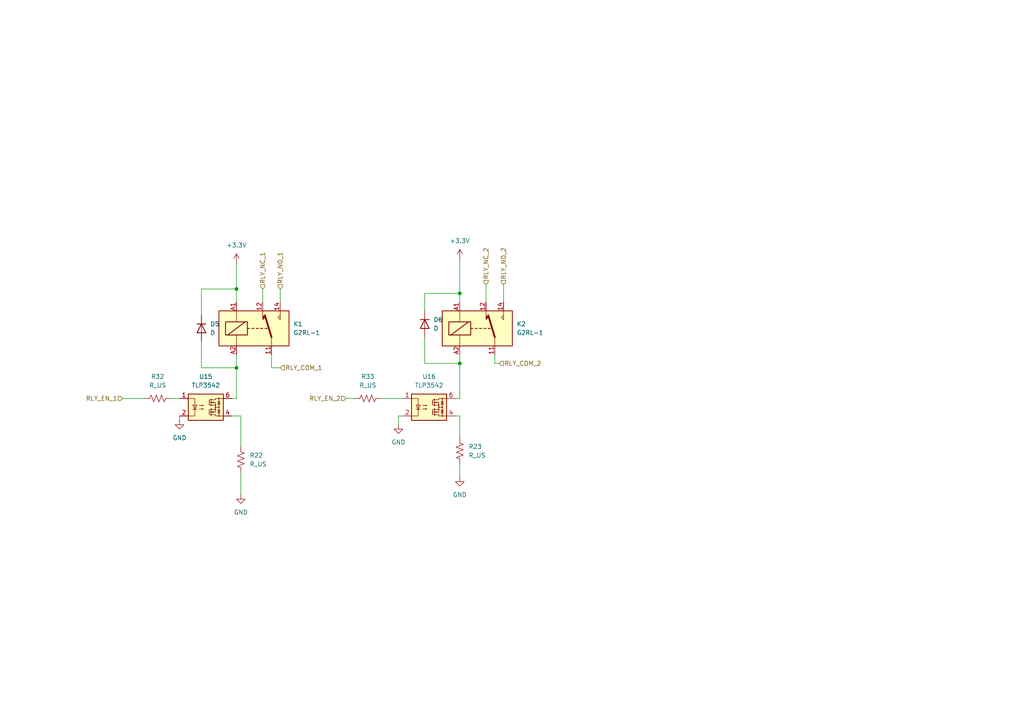
<source format=kicad_sch>
(kicad_sch
	(version 20250114)
	(generator "eeschema")
	(generator_version "9.0")
	(uuid "c5dbbfdd-168b-481a-a1b0-feb35521f3b0")
	(paper "A4")
	(lib_symbols
		(symbol "Device:D"
			(pin_numbers
				(hide yes)
			)
			(pin_names
				(offset 1.016)
				(hide yes)
			)
			(exclude_from_sim no)
			(in_bom yes)
			(on_board yes)
			(property "Reference" "D"
				(at 0 2.54 0)
				(effects
					(font
						(size 1.27 1.27)
					)
				)
			)
			(property "Value" "D"
				(at 0 -2.54 0)
				(effects
					(font
						(size 1.27 1.27)
					)
				)
			)
			(property "Footprint" ""
				(at 0 0 0)
				(effects
					(font
						(size 1.27 1.27)
					)
					(hide yes)
				)
			)
			(property "Datasheet" "~"
				(at 0 0 0)
				(effects
					(font
						(size 1.27 1.27)
					)
					(hide yes)
				)
			)
			(property "Description" "Diode"
				(at 0 0 0)
				(effects
					(font
						(size 1.27 1.27)
					)
					(hide yes)
				)
			)
			(property "Sim.Device" "D"
				(at 0 0 0)
				(effects
					(font
						(size 1.27 1.27)
					)
					(hide yes)
				)
			)
			(property "Sim.Pins" "1=K 2=A"
				(at 0 0 0)
				(effects
					(font
						(size 1.27 1.27)
					)
					(hide yes)
				)
			)
			(property "ki_keywords" "diode"
				(at 0 0 0)
				(effects
					(font
						(size 1.27 1.27)
					)
					(hide yes)
				)
			)
			(property "ki_fp_filters" "TO-???* *_Diode_* *SingleDiode* D_*"
				(at 0 0 0)
				(effects
					(font
						(size 1.27 1.27)
					)
					(hide yes)
				)
			)
			(symbol "D_0_1"
				(polyline
					(pts
						(xy -1.27 1.27) (xy -1.27 -1.27)
					)
					(stroke
						(width 0.254)
						(type default)
					)
					(fill
						(type none)
					)
				)
				(polyline
					(pts
						(xy 1.27 1.27) (xy 1.27 -1.27) (xy -1.27 0) (xy 1.27 1.27)
					)
					(stroke
						(width 0.254)
						(type default)
					)
					(fill
						(type none)
					)
				)
				(polyline
					(pts
						(xy 1.27 0) (xy -1.27 0)
					)
					(stroke
						(width 0)
						(type default)
					)
					(fill
						(type none)
					)
				)
			)
			(symbol "D_1_1"
				(pin passive line
					(at -3.81 0 0)
					(length 2.54)
					(name "K"
						(effects
							(font
								(size 1.27 1.27)
							)
						)
					)
					(number "1"
						(effects
							(font
								(size 1.27 1.27)
							)
						)
					)
				)
				(pin passive line
					(at 3.81 0 180)
					(length 2.54)
					(name "A"
						(effects
							(font
								(size 1.27 1.27)
							)
						)
					)
					(number "2"
						(effects
							(font
								(size 1.27 1.27)
							)
						)
					)
				)
			)
			(embedded_fonts no)
		)
		(symbol "Device:R_US"
			(pin_numbers
				(hide yes)
			)
			(pin_names
				(offset 0)
			)
			(exclude_from_sim no)
			(in_bom yes)
			(on_board yes)
			(property "Reference" "R"
				(at 2.54 0 90)
				(effects
					(font
						(size 1.27 1.27)
					)
				)
			)
			(property "Value" "R_US"
				(at -2.54 0 90)
				(effects
					(font
						(size 1.27 1.27)
					)
				)
			)
			(property "Footprint" ""
				(at 1.016 -0.254 90)
				(effects
					(font
						(size 1.27 1.27)
					)
					(hide yes)
				)
			)
			(property "Datasheet" "~"
				(at 0 0 0)
				(effects
					(font
						(size 1.27 1.27)
					)
					(hide yes)
				)
			)
			(property "Description" "Resistor, US symbol"
				(at 0 0 0)
				(effects
					(font
						(size 1.27 1.27)
					)
					(hide yes)
				)
			)
			(property "ki_keywords" "R res resistor"
				(at 0 0 0)
				(effects
					(font
						(size 1.27 1.27)
					)
					(hide yes)
				)
			)
			(property "ki_fp_filters" "R_*"
				(at 0 0 0)
				(effects
					(font
						(size 1.27 1.27)
					)
					(hide yes)
				)
			)
			(symbol "R_US_0_1"
				(polyline
					(pts
						(xy 0 2.286) (xy 0 2.54)
					)
					(stroke
						(width 0)
						(type default)
					)
					(fill
						(type none)
					)
				)
				(polyline
					(pts
						(xy 0 2.286) (xy 1.016 1.905) (xy 0 1.524) (xy -1.016 1.143) (xy 0 0.762)
					)
					(stroke
						(width 0)
						(type default)
					)
					(fill
						(type none)
					)
				)
				(polyline
					(pts
						(xy 0 0.762) (xy 1.016 0.381) (xy 0 0) (xy -1.016 -0.381) (xy 0 -0.762)
					)
					(stroke
						(width 0)
						(type default)
					)
					(fill
						(type none)
					)
				)
				(polyline
					(pts
						(xy 0 -0.762) (xy 1.016 -1.143) (xy 0 -1.524) (xy -1.016 -1.905) (xy 0 -2.286)
					)
					(stroke
						(width 0)
						(type default)
					)
					(fill
						(type none)
					)
				)
				(polyline
					(pts
						(xy 0 -2.286) (xy 0 -2.54)
					)
					(stroke
						(width 0)
						(type default)
					)
					(fill
						(type none)
					)
				)
			)
			(symbol "R_US_1_1"
				(pin passive line
					(at 0 3.81 270)
					(length 1.27)
					(name "~"
						(effects
							(font
								(size 1.27 1.27)
							)
						)
					)
					(number "1"
						(effects
							(font
								(size 1.27 1.27)
							)
						)
					)
				)
				(pin passive line
					(at 0 -3.81 90)
					(length 1.27)
					(name "~"
						(effects
							(font
								(size 1.27 1.27)
							)
						)
					)
					(number "2"
						(effects
							(font
								(size 1.27 1.27)
							)
						)
					)
				)
			)
			(embedded_fonts no)
		)
		(symbol "Relay:G2RL-1"
			(exclude_from_sim no)
			(in_bom yes)
			(on_board yes)
			(property "Reference" "K"
				(at 11.43 3.81 0)
				(effects
					(font
						(size 1.27 1.27)
					)
					(justify left)
				)
			)
			(property "Value" "G2RL-1"
				(at 11.43 1.27 0)
				(effects
					(font
						(size 1.27 1.27)
					)
					(justify left)
				)
			)
			(property "Footprint" "Relay_THT:Relay_SPDT_Omron_G2RL-1"
				(at 11.43 -1.27 0)
				(effects
					(font
						(size 1.27 1.27)
					)
					(justify left)
					(hide yes)
				)
			)
			(property "Datasheet" "https://omronfs.omron.com/en_US/ecb/products/pdf/en-g2rl.pdf"
				(at 0 0 0)
				(effects
					(font
						(size 1.27 1.27)
					)
					(hide yes)
				)
			)
			(property "Description" "General Purpose Low Profile Relay SPDT Through Hole, Omron G2RL series, 12A 250VAC"
				(at 0 0 0)
				(effects
					(font
						(size 1.27 1.27)
					)
					(hide yes)
				)
			)
			(property "ki_keywords" "Single Pole Relay SPDT Omron"
				(at 0 0 0)
				(effects
					(font
						(size 1.27 1.27)
					)
					(hide yes)
				)
			)
			(property "ki_fp_filters" "Relay?SPDT?Omron?G2RL*"
				(at 0 0 0)
				(effects
					(font
						(size 1.27 1.27)
					)
					(hide yes)
				)
			)
			(symbol "G2RL-1_0_0"
				(polyline
					(pts
						(xy 7.62 5.08) (xy 7.62 2.54) (xy 6.985 3.175) (xy 7.62 3.81)
					)
					(stroke
						(width 0)
						(type default)
					)
					(fill
						(type none)
					)
				)
			)
			(symbol "G2RL-1_0_1"
				(rectangle
					(start -10.16 5.08)
					(end 10.16 -5.08)
					(stroke
						(width 0.254)
						(type default)
					)
					(fill
						(type background)
					)
				)
				(rectangle
					(start -8.255 1.905)
					(end -1.905 -1.905)
					(stroke
						(width 0.254)
						(type default)
					)
					(fill
						(type none)
					)
				)
				(polyline
					(pts
						(xy -7.62 -1.905) (xy -2.54 1.905)
					)
					(stroke
						(width 0.254)
						(type default)
					)
					(fill
						(type none)
					)
				)
				(polyline
					(pts
						(xy -5.08 5.08) (xy -5.08 1.905)
					)
					(stroke
						(width 0)
						(type default)
					)
					(fill
						(type none)
					)
				)
				(polyline
					(pts
						(xy -5.08 -5.08) (xy -5.08 -1.905)
					)
					(stroke
						(width 0)
						(type default)
					)
					(fill
						(type none)
					)
				)
				(polyline
					(pts
						(xy -1.905 0) (xy -1.27 0)
					)
					(stroke
						(width 0.254)
						(type default)
					)
					(fill
						(type none)
					)
				)
				(polyline
					(pts
						(xy -0.635 0) (xy 0 0)
					)
					(stroke
						(width 0.254)
						(type default)
					)
					(fill
						(type none)
					)
				)
				(polyline
					(pts
						(xy 0.635 0) (xy 1.27 0)
					)
					(stroke
						(width 0.254)
						(type default)
					)
					(fill
						(type none)
					)
				)
				(polyline
					(pts
						(xy 1.905 0) (xy 2.54 0)
					)
					(stroke
						(width 0.254)
						(type default)
					)
					(fill
						(type none)
					)
				)
				(polyline
					(pts
						(xy 2.54 5.08) (xy 2.54 2.54) (xy 3.175 3.175) (xy 2.54 3.81)
					)
					(stroke
						(width 0)
						(type default)
					)
					(fill
						(type outline)
					)
				)
				(polyline
					(pts
						(xy 3.175 0) (xy 3.81 0)
					)
					(stroke
						(width 0.254)
						(type default)
					)
					(fill
						(type none)
					)
				)
				(polyline
					(pts
						(xy 5.08 -2.54) (xy 3.175 3.81)
					)
					(stroke
						(width 0.508)
						(type default)
					)
					(fill
						(type none)
					)
				)
				(polyline
					(pts
						(xy 5.08 -2.54) (xy 5.08 -5.08)
					)
					(stroke
						(width 0)
						(type default)
					)
					(fill
						(type none)
					)
				)
			)
			(symbol "G2RL-1_1_1"
				(pin passive line
					(at -5.08 7.62 270)
					(length 2.54)
					(name "~"
						(effects
							(font
								(size 1.27 1.27)
							)
						)
					)
					(number "A1"
						(effects
							(font
								(size 1.27 1.27)
							)
						)
					)
				)
				(pin passive line
					(at -5.08 -7.62 90)
					(length 2.54)
					(name "~"
						(effects
							(font
								(size 1.27 1.27)
							)
						)
					)
					(number "A2"
						(effects
							(font
								(size 1.27 1.27)
							)
						)
					)
				)
				(pin passive line
					(at 2.54 7.62 270)
					(length 2.54)
					(name "~"
						(effects
							(font
								(size 1.27 1.27)
							)
						)
					)
					(number "12"
						(effects
							(font
								(size 1.27 1.27)
							)
						)
					)
				)
				(pin passive line
					(at 5.08 -7.62 90)
					(length 2.54)
					(name "~"
						(effects
							(font
								(size 1.27 1.27)
							)
						)
					)
					(number "11"
						(effects
							(font
								(size 1.27 1.27)
							)
						)
					)
				)
				(pin passive line
					(at 7.62 7.62 270)
					(length 2.54)
					(name "~"
						(effects
							(font
								(size 1.27 1.27)
							)
						)
					)
					(number "14"
						(effects
							(font
								(size 1.27 1.27)
							)
						)
					)
				)
			)
			(embedded_fonts no)
		)
		(symbol "Relay_SolidState:TLP3542"
			(exclude_from_sim no)
			(in_bom yes)
			(on_board yes)
			(property "Reference" "U"
				(at -3.81 5.08 0)
				(effects
					(font
						(size 1.27 1.27)
					)
				)
			)
			(property "Value" "TLP3542"
				(at -1.27 -5.08 0)
				(effects
					(font
						(size 1.27 1.27)
					)
				)
			)
			(property "Footprint" "Package_DIP:DIP-5-6_W7.62mm"
				(at 0 -7.62 0)
				(effects
					(font
						(size 1.27 1.27)
					)
					(hide yes)
				)
			)
			(property "Datasheet" "https://toshiba.semicon-storage.com/info/docget.jsp?did=1284&prodName=TLP3542"
				(at 0 0 0)
				(effects
					(font
						(size 1.27 1.27)
					)
					(hide yes)
				)
			)
			(property "Description" "Photo MOSFET optically coupled, ON 4A, 50mohm, OFF state 20V, Isolation 2500 VRMS, DIP-5-6"
				(at 0 0 0)
				(effects
					(font
						(size 1.27 1.27)
					)
					(hide yes)
				)
			)
			(property "ki_keywords" "photocouplers photorelay solidstate relay normally opened (1-Form-A)"
				(at 0 0 0)
				(effects
					(font
						(size 1.27 1.27)
					)
					(hide yes)
				)
			)
			(property "ki_fp_filters" "DIP*W7.62mm*"
				(at 0 0 0)
				(effects
					(font
						(size 1.27 1.27)
					)
					(hide yes)
				)
			)
			(symbol "TLP3542_0_1"
				(rectangle
					(start -5.08 3.81)
					(end 5.08 -3.81)
					(stroke
						(width 0.254)
						(type default)
					)
					(fill
						(type background)
					)
				)
				(polyline
					(pts
						(xy -5.08 2.54) (xy -3.175 2.54) (xy -3.175 -2.54) (xy -5.08 -2.54)
					)
					(stroke
						(width 0)
						(type default)
					)
					(fill
						(type none)
					)
				)
				(polyline
					(pts
						(xy -3.81 -0.635) (xy -2.54 -0.635)
					)
					(stroke
						(width 0)
						(type default)
					)
					(fill
						(type none)
					)
				)
				(polyline
					(pts
						(xy -3.175 -0.635) (xy -3.81 0.635) (xy -2.54 0.635) (xy -3.175 -0.635)
					)
					(stroke
						(width 0)
						(type default)
					)
					(fill
						(type none)
					)
				)
				(polyline
					(pts
						(xy -1.905 0.508) (xy -0.635 0.508) (xy -1.016 0.381) (xy -1.016 0.635) (xy -0.635 0.508)
					)
					(stroke
						(width 0)
						(type default)
					)
					(fill
						(type none)
					)
				)
				(polyline
					(pts
						(xy -1.905 -0.508) (xy -0.635 -0.508) (xy -1.016 -0.635) (xy -1.016 -0.381) (xy -0.635 -0.508)
					)
					(stroke
						(width 0)
						(type default)
					)
					(fill
						(type none)
					)
				)
				(polyline
					(pts
						(xy 1.016 2.159) (xy 1.016 0.635)
					)
					(stroke
						(width 0.2032)
						(type default)
					)
					(fill
						(type none)
					)
				)
				(polyline
					(pts
						(xy 1.016 -0.635) (xy 1.016 -2.159)
					)
					(stroke
						(width 0.2032)
						(type default)
					)
					(fill
						(type none)
					)
				)
				(polyline
					(pts
						(xy 1.524 2.286) (xy 1.524 2.032) (xy 1.524 2.032)
					)
					(stroke
						(width 0.3556)
						(type default)
					)
					(fill
						(type none)
					)
				)
				(polyline
					(pts
						(xy 1.524 1.524) (xy 1.524 1.27) (xy 1.524 1.27)
					)
					(stroke
						(width 0.3556)
						(type default)
					)
					(fill
						(type none)
					)
				)
				(polyline
					(pts
						(xy 1.524 0.762) (xy 1.524 0.508) (xy 1.524 0.508)
					)
					(stroke
						(width 0.3556)
						(type default)
					)
					(fill
						(type none)
					)
				)
				(polyline
					(pts
						(xy 1.524 -0.508) (xy 1.524 -0.762)
					)
					(stroke
						(width 0.3556)
						(type default)
					)
					(fill
						(type none)
					)
				)
				(polyline
					(pts
						(xy 1.524 -1.27) (xy 1.524 -1.524) (xy 1.524 -1.524)
					)
					(stroke
						(width 0.3556)
						(type default)
					)
					(fill
						(type none)
					)
				)
				(polyline
					(pts
						(xy 1.524 -2.032) (xy 1.524 -2.286) (xy 1.524 -2.286)
					)
					(stroke
						(width 0.3556)
						(type default)
					)
					(fill
						(type none)
					)
				)
				(polyline
					(pts
						(xy 1.651 2.159) (xy 2.794 2.159) (xy 2.794 2.54) (xy 5.08 2.54)
					)
					(stroke
						(width 0)
						(type default)
					)
					(fill
						(type none)
					)
				)
				(polyline
					(pts
						(xy 1.651 1.397) (xy 2.794 1.397) (xy 2.794 0.635)
					)
					(stroke
						(width 0)
						(type default)
					)
					(fill
						(type none)
					)
				)
				(polyline
					(pts
						(xy 1.651 -0.635) (xy 2.794 -0.635) (xy 2.794 0.635) (xy 1.651 0.635)
					)
					(stroke
						(width 0)
						(type default)
					)
					(fill
						(type none)
					)
				)
				(polyline
					(pts
						(xy 1.651 -1.397) (xy 2.794 -1.397) (xy 2.794 -0.635)
					)
					(stroke
						(width 0)
						(type default)
					)
					(fill
						(type none)
					)
				)
				(polyline
					(pts
						(xy 1.651 -2.159) (xy 2.794 -2.159) (xy 2.794 -2.54) (xy 5.08 -2.54)
					)
					(stroke
						(width 0)
						(type default)
					)
					(fill
						(type none)
					)
				)
				(polyline
					(pts
						(xy 1.778 1.397) (xy 2.286 1.524) (xy 2.286 1.27) (xy 1.778 1.397)
					)
					(stroke
						(width 0)
						(type default)
					)
					(fill
						(type none)
					)
				)
				(polyline
					(pts
						(xy 1.778 -1.397) (xy 2.286 -1.27) (xy 2.286 -1.524) (xy 1.778 -1.397)
					)
					(stroke
						(width 0)
						(type default)
					)
					(fill
						(type none)
					)
				)
				(circle
					(center 2.794 0.635)
					(radius 0.127)
					(stroke
						(width 0)
						(type default)
					)
					(fill
						(type none)
					)
				)
				(polyline
					(pts
						(xy 2.794 0) (xy 3.81 0)
					)
					(stroke
						(width 0)
						(type default)
					)
					(fill
						(type none)
					)
				)
				(circle
					(center 2.794 0)
					(radius 0.127)
					(stroke
						(width 0)
						(type default)
					)
					(fill
						(type none)
					)
				)
				(circle
					(center 2.794 -0.635)
					(radius 0.127)
					(stroke
						(width 0)
						(type default)
					)
					(fill
						(type none)
					)
				)
				(polyline
					(pts
						(xy 3.429 1.651) (xy 4.191 1.651)
					)
					(stroke
						(width 0)
						(type default)
					)
					(fill
						(type none)
					)
				)
				(polyline
					(pts
						(xy 3.429 -1.651) (xy 4.191 -1.651)
					)
					(stroke
						(width 0)
						(type default)
					)
					(fill
						(type none)
					)
				)
				(circle
					(center 3.81 2.54)
					(radius 0.127)
					(stroke
						(width 0)
						(type default)
					)
					(fill
						(type none)
					)
				)
				(polyline
					(pts
						(xy 3.81 1.651) (xy 3.429 0.889) (xy 4.191 0.889) (xy 3.81 1.651)
					)
					(stroke
						(width 0)
						(type default)
					)
					(fill
						(type none)
					)
				)
				(circle
					(center 3.81 0)
					(radius 0.127)
					(stroke
						(width 0)
						(type default)
					)
					(fill
						(type none)
					)
				)
				(polyline
					(pts
						(xy 3.81 -1.651) (xy 3.429 -0.889) (xy 4.191 -0.889) (xy 3.81 -1.651)
					)
					(stroke
						(width 0)
						(type default)
					)
					(fill
						(type none)
					)
				)
				(polyline
					(pts
						(xy 3.81 -2.54) (xy 3.81 2.54)
					)
					(stroke
						(width 0)
						(type default)
					)
					(fill
						(type none)
					)
				)
				(circle
					(center 3.81 -2.54)
					(radius 0.127)
					(stroke
						(width 0)
						(type default)
					)
					(fill
						(type none)
					)
				)
			)
			(symbol "TLP3542_1_1"
				(pin passive line
					(at -7.62 2.54 0)
					(length 2.54)
					(name "~"
						(effects
							(font
								(size 1.27 1.27)
							)
						)
					)
					(number "1"
						(effects
							(font
								(size 1.27 1.27)
							)
						)
					)
				)
				(pin passive line
					(at -7.62 -2.54 0)
					(length 2.54)
					(name "~"
						(effects
							(font
								(size 1.27 1.27)
							)
						)
					)
					(number "2"
						(effects
							(font
								(size 1.27 1.27)
							)
						)
					)
				)
				(pin no_connect line
					(at -5.08 0 0)
					(length 2.54)
					(hide yes)
					(name "~"
						(effects
							(font
								(size 1.27 1.27)
							)
						)
					)
					(number "3"
						(effects
							(font
								(size 1.27 1.27)
							)
						)
					)
				)
				(pin passive line
					(at 7.62 2.54 180)
					(length 2.54)
					(name "~"
						(effects
							(font
								(size 1.27 1.27)
							)
						)
					)
					(number "6"
						(effects
							(font
								(size 1.27 1.27)
							)
						)
					)
				)
				(pin passive line
					(at 7.62 -2.54 180)
					(length 2.54)
					(name "~"
						(effects
							(font
								(size 1.27 1.27)
							)
						)
					)
					(number "4"
						(effects
							(font
								(size 1.27 1.27)
							)
						)
					)
				)
			)
			(embedded_fonts no)
		)
		(symbol "power:+3.3V"
			(power)
			(pin_numbers
				(hide yes)
			)
			(pin_names
				(offset 0)
				(hide yes)
			)
			(exclude_from_sim no)
			(in_bom yes)
			(on_board yes)
			(property "Reference" "#PWR"
				(at 0 -3.81 0)
				(effects
					(font
						(size 1.27 1.27)
					)
					(hide yes)
				)
			)
			(property "Value" "+3.3V"
				(at 0 3.556 0)
				(effects
					(font
						(size 1.27 1.27)
					)
				)
			)
			(property "Footprint" ""
				(at 0 0 0)
				(effects
					(font
						(size 1.27 1.27)
					)
					(hide yes)
				)
			)
			(property "Datasheet" ""
				(at 0 0 0)
				(effects
					(font
						(size 1.27 1.27)
					)
					(hide yes)
				)
			)
			(property "Description" "Power symbol creates a global label with name \"+3.3V\""
				(at 0 0 0)
				(effects
					(font
						(size 1.27 1.27)
					)
					(hide yes)
				)
			)
			(property "ki_keywords" "global power"
				(at 0 0 0)
				(effects
					(font
						(size 1.27 1.27)
					)
					(hide yes)
				)
			)
			(symbol "+3.3V_0_1"
				(polyline
					(pts
						(xy -0.762 1.27) (xy 0 2.54)
					)
					(stroke
						(width 0)
						(type default)
					)
					(fill
						(type none)
					)
				)
				(polyline
					(pts
						(xy 0 2.54) (xy 0.762 1.27)
					)
					(stroke
						(width 0)
						(type default)
					)
					(fill
						(type none)
					)
				)
				(polyline
					(pts
						(xy 0 0) (xy 0 2.54)
					)
					(stroke
						(width 0)
						(type default)
					)
					(fill
						(type none)
					)
				)
			)
			(symbol "+3.3V_1_1"
				(pin power_in line
					(at 0 0 90)
					(length 0)
					(name "~"
						(effects
							(font
								(size 1.27 1.27)
							)
						)
					)
					(number "1"
						(effects
							(font
								(size 1.27 1.27)
							)
						)
					)
				)
			)
			(embedded_fonts no)
		)
		(symbol "power:GND"
			(power)
			(pin_numbers
				(hide yes)
			)
			(pin_names
				(offset 0)
				(hide yes)
			)
			(exclude_from_sim no)
			(in_bom yes)
			(on_board yes)
			(property "Reference" "#PWR"
				(at 0 -6.35 0)
				(effects
					(font
						(size 1.27 1.27)
					)
					(hide yes)
				)
			)
			(property "Value" "GND"
				(at 0 -3.81 0)
				(effects
					(font
						(size 1.27 1.27)
					)
				)
			)
			(property "Footprint" ""
				(at 0 0 0)
				(effects
					(font
						(size 1.27 1.27)
					)
					(hide yes)
				)
			)
			(property "Datasheet" ""
				(at 0 0 0)
				(effects
					(font
						(size 1.27 1.27)
					)
					(hide yes)
				)
			)
			(property "Description" "Power symbol creates a global label with name \"GND\" , ground"
				(at 0 0 0)
				(effects
					(font
						(size 1.27 1.27)
					)
					(hide yes)
				)
			)
			(property "ki_keywords" "global power"
				(at 0 0 0)
				(effects
					(font
						(size 1.27 1.27)
					)
					(hide yes)
				)
			)
			(symbol "GND_0_1"
				(polyline
					(pts
						(xy 0 0) (xy 0 -1.27) (xy 1.27 -1.27) (xy 0 -2.54) (xy -1.27 -1.27) (xy 0 -1.27)
					)
					(stroke
						(width 0)
						(type default)
					)
					(fill
						(type none)
					)
				)
			)
			(symbol "GND_1_1"
				(pin power_in line
					(at 0 0 270)
					(length 0)
					(name "~"
						(effects
							(font
								(size 1.27 1.27)
							)
						)
					)
					(number "1"
						(effects
							(font
								(size 1.27 1.27)
							)
						)
					)
				)
			)
			(embedded_fonts no)
		)
	)
	(junction
		(at 68.58 106.68)
		(diameter 0)
		(color 0 0 0 0)
		(uuid "531bfd68-6f6b-4c7e-8a5d-8ef3325a3484")
	)
	(junction
		(at 133.35 85.09)
		(diameter 0)
		(color 0 0 0 0)
		(uuid "577e425e-2c38-4d3a-b274-29efffa98978")
	)
	(junction
		(at 133.35 105.41)
		(diameter 0)
		(color 0 0 0 0)
		(uuid "675ade5e-37e4-4969-a2b6-d9e39b042443")
	)
	(junction
		(at 68.58 83.82)
		(diameter 0)
		(color 0 0 0 0)
		(uuid "c1af5717-0bf0-4e28-9a9d-978d46cb24a6")
	)
	(wire
		(pts
			(xy 68.58 83.82) (xy 68.58 87.63)
		)
		(stroke
			(width 0)
			(type default)
		)
		(uuid "01ba9d0d-353b-4b19-8963-61c7039ea2f3")
	)
	(wire
		(pts
			(xy 67.31 120.65) (xy 69.85 120.65)
		)
		(stroke
			(width 0)
			(type default)
		)
		(uuid "03449d55-cd88-4fb9-9072-d7d139e59b3a")
	)
	(wire
		(pts
			(xy 58.42 91.44) (xy 58.42 83.82)
		)
		(stroke
			(width 0)
			(type default)
		)
		(uuid "052994ac-a081-48d0-bb0e-791e8127f061")
	)
	(wire
		(pts
			(xy 133.35 105.41) (xy 133.35 115.57)
		)
		(stroke
			(width 0)
			(type default)
		)
		(uuid "0dbd7d2d-3a85-4be5-b527-a595db8afaf8")
	)
	(wire
		(pts
			(xy 133.35 85.09) (xy 133.35 87.63)
		)
		(stroke
			(width 0)
			(type default)
		)
		(uuid "131228b5-1d6e-42ea-9013-5c90f39576fe")
	)
	(wire
		(pts
			(xy 58.42 83.82) (xy 68.58 83.82)
		)
		(stroke
			(width 0)
			(type default)
		)
		(uuid "18248582-275b-4c5d-bcf8-d7b6ad0b6c23")
	)
	(wire
		(pts
			(xy 123.19 97.79) (xy 123.19 105.41)
		)
		(stroke
			(width 0)
			(type default)
		)
		(uuid "1844ee61-51df-42ac-bfa4-9567315d276e")
	)
	(wire
		(pts
			(xy 110.49 115.57) (xy 116.84 115.57)
		)
		(stroke
			(width 0)
			(type default)
		)
		(uuid "2112468c-c0af-46b0-a21e-1b4f5a0b27b1")
	)
	(wire
		(pts
			(xy 69.85 137.16) (xy 69.85 143.51)
		)
		(stroke
			(width 0)
			(type default)
		)
		(uuid "2e454386-798b-46d8-9947-4f70747a4a31")
	)
	(wire
		(pts
			(xy 35.56 115.57) (xy 41.91 115.57)
		)
		(stroke
			(width 0)
			(type default)
		)
		(uuid "3a222920-7f73-4aa0-bfcd-9e4d91514a29")
	)
	(wire
		(pts
			(xy 143.51 105.41) (xy 144.78 105.41)
		)
		(stroke
			(width 0)
			(type default)
		)
		(uuid "3fd48dfb-34da-42da-9782-a32daa6c1a4b")
	)
	(wire
		(pts
			(xy 67.31 115.57) (xy 68.58 115.57)
		)
		(stroke
			(width 0)
			(type default)
		)
		(uuid "4db6bcd7-4840-47df-a24b-136a00a3fbbc")
	)
	(wire
		(pts
			(xy 68.58 106.68) (xy 68.58 115.57)
		)
		(stroke
			(width 0)
			(type default)
		)
		(uuid "5417e1c1-2663-4efb-8ae6-6c8e9f966007")
	)
	(wire
		(pts
			(xy 123.19 90.17) (xy 123.19 85.09)
		)
		(stroke
			(width 0)
			(type default)
		)
		(uuid "61772860-03ed-4c41-b842-9d090aaa3d24")
	)
	(wire
		(pts
			(xy 143.51 102.87) (xy 143.51 105.41)
		)
		(stroke
			(width 0)
			(type default)
		)
		(uuid "69c2b32e-953e-48b9-863e-642aee02177d")
	)
	(wire
		(pts
			(xy 116.84 120.65) (xy 115.57 120.65)
		)
		(stroke
			(width 0)
			(type default)
		)
		(uuid "74fa257e-0efa-4763-9bdb-f3cfb56cc022")
	)
	(wire
		(pts
			(xy 58.42 99.06) (xy 58.42 106.68)
		)
		(stroke
			(width 0)
			(type default)
		)
		(uuid "825c00a8-119d-4686-b273-477d9f452e3c")
	)
	(wire
		(pts
			(xy 49.53 115.57) (xy 52.07 115.57)
		)
		(stroke
			(width 0)
			(type default)
		)
		(uuid "8bd6e846-d80f-476d-b4fc-799301159c2e")
	)
	(wire
		(pts
			(xy 140.97 82.55) (xy 140.97 87.63)
		)
		(stroke
			(width 0)
			(type default)
		)
		(uuid "92f3df2b-c3e0-4e9d-9da7-bfea890cef47")
	)
	(wire
		(pts
			(xy 52.07 120.65) (xy 52.07 121.92)
		)
		(stroke
			(width 0)
			(type default)
		)
		(uuid "94b0b414-04f8-49e8-aae2-fa0447e244ba")
	)
	(wire
		(pts
			(xy 100.33 115.57) (xy 102.87 115.57)
		)
		(stroke
			(width 0)
			(type default)
		)
		(uuid "9aa4da42-7734-43a7-8791-ceee9c587709")
	)
	(wire
		(pts
			(xy 68.58 102.87) (xy 68.58 106.68)
		)
		(stroke
			(width 0)
			(type default)
		)
		(uuid "9b3c0ca8-cda6-408c-ab22-67fff49efbac")
	)
	(wire
		(pts
			(xy 78.74 102.87) (xy 78.74 106.68)
		)
		(stroke
			(width 0)
			(type default)
		)
		(uuid "a3557316-089a-4c8d-b532-e96f918049b5")
	)
	(wire
		(pts
			(xy 133.35 74.93) (xy 133.35 85.09)
		)
		(stroke
			(width 0)
			(type default)
		)
		(uuid "a4cfb1aa-0286-4ed7-9e74-6b967ed94fcf")
	)
	(wire
		(pts
			(xy 78.74 106.68) (xy 81.28 106.68)
		)
		(stroke
			(width 0)
			(type default)
		)
		(uuid "aaabf97a-1c9e-4580-b6cf-de7233ff6711")
	)
	(wire
		(pts
			(xy 123.19 105.41) (xy 133.35 105.41)
		)
		(stroke
			(width 0)
			(type default)
		)
		(uuid "b0deb018-ad88-4c1b-855a-c595839917d2")
	)
	(wire
		(pts
			(xy 133.35 102.87) (xy 133.35 105.41)
		)
		(stroke
			(width 0)
			(type default)
		)
		(uuid "be797ddd-b7fe-40d2-b081-44de6425282e")
	)
	(wire
		(pts
			(xy 69.85 120.65) (xy 69.85 129.54)
		)
		(stroke
			(width 0)
			(type default)
		)
		(uuid "c939d883-7ab9-401b-8014-0f162f5c1931")
	)
	(wire
		(pts
			(xy 58.42 106.68) (xy 68.58 106.68)
		)
		(stroke
			(width 0)
			(type default)
		)
		(uuid "c9ef4206-dc4c-4a30-9db8-e0d03b6401c1")
	)
	(wire
		(pts
			(xy 133.35 127) (xy 133.35 120.65)
		)
		(stroke
			(width 0)
			(type default)
		)
		(uuid "cc4b2039-aeec-4614-83f0-8088b58cea93")
	)
	(wire
		(pts
			(xy 68.58 76.2) (xy 68.58 83.82)
		)
		(stroke
			(width 0)
			(type default)
		)
		(uuid "d615ea05-44df-4f97-b865-1ba88a0002d4")
	)
	(wire
		(pts
			(xy 133.35 134.62) (xy 133.35 138.43)
		)
		(stroke
			(width 0)
			(type default)
		)
		(uuid "e6309afd-cf11-4f99-b995-bbdf4228918c")
	)
	(wire
		(pts
			(xy 146.05 82.55) (xy 146.05 87.63)
		)
		(stroke
			(width 0)
			(type default)
		)
		(uuid "e955147e-84cb-4c1f-84a9-ee33f49f1882")
	)
	(wire
		(pts
			(xy 123.19 85.09) (xy 133.35 85.09)
		)
		(stroke
			(width 0)
			(type default)
		)
		(uuid "ebfcd12b-af18-4d2b-9a14-798dda8bec1a")
	)
	(wire
		(pts
			(xy 81.28 83.82) (xy 81.28 87.63)
		)
		(stroke
			(width 0)
			(type default)
		)
		(uuid "ec099eca-e731-4e64-9e05-b1d647784a1b")
	)
	(wire
		(pts
			(xy 115.57 120.65) (xy 115.57 123.19)
		)
		(stroke
			(width 0)
			(type default)
		)
		(uuid "ed96f1fd-3640-4eac-b490-073f74487c55")
	)
	(wire
		(pts
			(xy 76.2 83.82) (xy 76.2 87.63)
		)
		(stroke
			(width 0)
			(type default)
		)
		(uuid "f3ad99ca-ccc8-451a-aa1c-c9de8261fc12")
	)
	(wire
		(pts
			(xy 132.08 115.57) (xy 133.35 115.57)
		)
		(stroke
			(width 0)
			(type default)
		)
		(uuid "f5881d88-9b45-4b26-986a-265f429504fa")
	)
	(wire
		(pts
			(xy 133.35 120.65) (xy 132.08 120.65)
		)
		(stroke
			(width 0)
			(type default)
		)
		(uuid "fc47ae39-d433-432d-b87f-38124400f80c")
	)
	(hierarchical_label "RLY_NO_2"
		(shape input)
		(at 146.05 82.55 90)
		(effects
			(font
				(size 1.27 1.27)
			)
			(justify left)
		)
		(uuid "08131f96-7a16-4756-b669-bbe4b72bdfba")
	)
	(hierarchical_label "RLY_COM_2"
		(shape input)
		(at 144.78 105.41 0)
		(effects
			(font
				(size 1.27 1.27)
			)
			(justify left)
		)
		(uuid "261ad91a-79d7-428f-87b2-6ab58cd7d8e0")
	)
	(hierarchical_label "RLY_COM_1"
		(shape input)
		(at 81.28 106.68 0)
		(effects
			(font
				(size 1.27 1.27)
			)
			(justify left)
		)
		(uuid "3d2e442a-827c-412a-a826-f09b87b1e894")
	)
	(hierarchical_label "RLY_NO_1"
		(shape input)
		(at 81.28 83.82 90)
		(effects
			(font
				(size 1.27 1.27)
			)
			(justify left)
		)
		(uuid "403ee62a-62f9-4f89-9387-f6b56fc18c2c")
	)
	(hierarchical_label "RLY_EN_1"
		(shape input)
		(at 35.56 115.57 180)
		(effects
			(font
				(size 1.27 1.27)
			)
			(justify right)
		)
		(uuid "433a5608-4b70-43ba-bf63-88c6053d8278")
	)
	(hierarchical_label "RLY_NC_1"
		(shape input)
		(at 76.2 83.82 90)
		(effects
			(font
				(size 1.27 1.27)
			)
			(justify left)
		)
		(uuid "7662bb3d-af79-432c-b370-0921fe6fd85a")
	)
	(hierarchical_label "RLY_NC_2"
		(shape input)
		(at 140.97 82.55 90)
		(effects
			(font
				(size 1.27 1.27)
			)
			(justify left)
		)
		(uuid "80196d96-1ec9-4c65-aded-1adda3d9fefe")
	)
	(hierarchical_label "RLY_EN_2"
		(shape input)
		(at 100.33 115.57 180)
		(effects
			(font
				(size 1.27 1.27)
			)
			(justify right)
		)
		(uuid "d5da4bd8-796c-4b24-b818-16a6e9235b50")
	)
	(symbol
		(lib_id "power:GND")
		(at 115.57 123.19 0)
		(unit 1)
		(exclude_from_sim no)
		(in_bom yes)
		(on_board yes)
		(dnp no)
		(fields_autoplaced yes)
		(uuid "0fb4efac-67c0-4708-b03d-165c2ff777dc")
		(property "Reference" "#PWR063"
			(at 115.57 129.54 0)
			(effects
				(font
					(size 1.27 1.27)
				)
				(hide yes)
			)
		)
		(property "Value" "GND"
			(at 115.57 128.27 0)
			(effects
				(font
					(size 1.27 1.27)
				)
			)
		)
		(property "Footprint" ""
			(at 115.57 123.19 0)
			(effects
				(font
					(size 1.27 1.27)
				)
				(hide yes)
			)
		)
		(property "Datasheet" ""
			(at 115.57 123.19 0)
			(effects
				(font
					(size 1.27 1.27)
				)
				(hide yes)
			)
		)
		(property "Description" "Power symbol creates a global label with name \"GND\" , ground"
			(at 115.57 123.19 0)
			(effects
				(font
					(size 1.27 1.27)
				)
				(hide yes)
			)
		)
		(pin "1"
			(uuid "2f14a846-6843-4d31-90b7-e535304ea235")
		)
		(instances
			(project "ZorionX-Nivara"
				(path "/ae5c9891-8291-492e-8a61-8ac340267b67/d47eca49-96e4-4138-8979-47bb60019f67/9ab4ce65-8581-414e-970a-d59ef8bef45f"
					(reference "#PWR063")
					(unit 1)
				)
			)
		)
	)
	(symbol
		(lib_id "Device:R_US")
		(at 133.35 130.81 0)
		(unit 1)
		(exclude_from_sim no)
		(in_bom yes)
		(on_board yes)
		(dnp no)
		(fields_autoplaced yes)
		(uuid "19b34999-ee28-441a-ad7c-c14f0e12cfd6")
		(property "Reference" "R23"
			(at 135.89 129.5399 0)
			(effects
				(font
					(size 1.27 1.27)
				)
				(justify left)
			)
		)
		(property "Value" "R_US"
			(at 135.89 132.0799 0)
			(effects
				(font
					(size 1.27 1.27)
				)
				(justify left)
			)
		)
		(property "Footprint" "Resistor_SMD:R_0603_1608Metric"
			(at 134.366 131.064 90)
			(effects
				(font
					(size 1.27 1.27)
				)
				(hide yes)
			)
		)
		(property "Datasheet" "~"
			(at 133.35 130.81 0)
			(effects
				(font
					(size 1.27 1.27)
				)
				(hide yes)
			)
		)
		(property "Description" "Resistor, US symbol"
			(at 133.35 130.81 0)
			(effects
				(font
					(size 1.27 1.27)
				)
				(hide yes)
			)
		)
		(pin "1"
			(uuid "c8fb577c-08c0-43d0-afdd-429dfbb4a62f")
		)
		(pin "2"
			(uuid "49b68e05-057c-440d-a727-f92c4c6331b4")
		)
		(instances
			(project "ZorionX-Nivara"
				(path "/ae5c9891-8291-492e-8a61-8ac340267b67/d47eca49-96e4-4138-8979-47bb60019f67/9ab4ce65-8581-414e-970a-d59ef8bef45f"
					(reference "R23")
					(unit 1)
				)
			)
		)
	)
	(symbol
		(lib_id "Relay_SolidState:TLP3542")
		(at 59.69 118.11 0)
		(unit 1)
		(exclude_from_sim no)
		(in_bom yes)
		(on_board yes)
		(dnp no)
		(fields_autoplaced yes)
		(uuid "2bec053f-eb85-4da8-8140-c79f33d920cd")
		(property "Reference" "U15"
			(at 59.69 109.22 0)
			(effects
				(font
					(size 1.27 1.27)
				)
			)
		)
		(property "Value" "TLP3542"
			(at 59.69 111.76 0)
			(effects
				(font
					(size 1.27 1.27)
				)
			)
		)
		(property "Footprint" "Package_SO:SOP-4_3.8x4.1mm_P2.54mm"
			(at 59.69 125.73 0)
			(effects
				(font
					(size 1.27 1.27)
				)
				(hide yes)
			)
		)
		(property "Datasheet" "https://toshiba.semicon-storage.com/info/docget.jsp?did=1284&prodName=TLP3542"
			(at 59.69 118.11 0)
			(effects
				(font
					(size 1.27 1.27)
				)
				(hide yes)
			)
		)
		(property "Description" "Photo MOSFET optically coupled, ON 4A, 50mohm, OFF state 20V, Isolation 2500 VRMS, DIP-5-6"
			(at 59.69 118.11 0)
			(effects
				(font
					(size 1.27 1.27)
				)
				(hide yes)
			)
		)
		(pin "3"
			(uuid "10d35778-8213-4fca-9022-f4ec44d67761")
		)
		(pin "2"
			(uuid "8842384b-c35c-42cc-b7cc-1497632b7532")
		)
		(pin "4"
			(uuid "a67ac2da-8254-4e0d-aa97-a42f593e8db5")
		)
		(pin "6"
			(uuid "6d7145e9-5619-4cda-99a8-d9caeb149859")
		)
		(pin "1"
			(uuid "e270173a-5f04-4366-b9f8-97f6316a1684")
		)
		(instances
			(project "ZorionX-Nivara"
				(path "/ae5c9891-8291-492e-8a61-8ac340267b67/d47eca49-96e4-4138-8979-47bb60019f67/9ab4ce65-8581-414e-970a-d59ef8bef45f"
					(reference "U15")
					(unit 1)
				)
			)
		)
	)
	(symbol
		(lib_id "power:+3.3V")
		(at 68.58 76.2 0)
		(unit 1)
		(exclude_from_sim no)
		(in_bom yes)
		(on_board yes)
		(dnp no)
		(fields_autoplaced yes)
		(uuid "347fdd6d-02d1-4f26-8b02-50ce9257e0ff")
		(property "Reference" "#PWR046"
			(at 68.58 80.01 0)
			(effects
				(font
					(size 1.27 1.27)
				)
				(hide yes)
			)
		)
		(property "Value" "+3.3V"
			(at 68.58 71.12 0)
			(effects
				(font
					(size 1.27 1.27)
				)
			)
		)
		(property "Footprint" ""
			(at 68.58 76.2 0)
			(effects
				(font
					(size 1.27 1.27)
				)
				(hide yes)
			)
		)
		(property "Datasheet" ""
			(at 68.58 76.2 0)
			(effects
				(font
					(size 1.27 1.27)
				)
				(hide yes)
			)
		)
		(property "Description" "Power symbol creates a global label with name \"+3.3V\""
			(at 68.58 76.2 0)
			(effects
				(font
					(size 1.27 1.27)
				)
				(hide yes)
			)
		)
		(pin "1"
			(uuid "3a866ae5-9e3f-4eb1-b44a-63b7c0448ae2")
		)
		(instances
			(project "ZorionX-Nivara_V1.4"
				(path "/ae5c9891-8291-492e-8a61-8ac340267b67/d47eca49-96e4-4138-8979-47bb60019f67/9ab4ce65-8581-414e-970a-d59ef8bef45f"
					(reference "#PWR046")
					(unit 1)
				)
			)
		)
	)
	(symbol
		(lib_id "Device:R_US")
		(at 45.72 115.57 90)
		(unit 1)
		(exclude_from_sim no)
		(in_bom yes)
		(on_board yes)
		(dnp no)
		(fields_autoplaced yes)
		(uuid "464737a1-6bf3-42ba-a25d-00550f98efc1")
		(property "Reference" "R32"
			(at 45.72 109.22 90)
			(effects
				(font
					(size 1.27 1.27)
				)
			)
		)
		(property "Value" "R_US"
			(at 45.72 111.76 90)
			(effects
				(font
					(size 1.27 1.27)
				)
			)
		)
		(property "Footprint" "Resistor_SMD:R_0603_1608Metric"
			(at 45.974 114.554 90)
			(effects
				(font
					(size 1.27 1.27)
				)
				(hide yes)
			)
		)
		(property "Datasheet" "~"
			(at 45.72 115.57 0)
			(effects
				(font
					(size 1.27 1.27)
				)
				(hide yes)
			)
		)
		(property "Description" "Resistor, US symbol"
			(at 45.72 115.57 0)
			(effects
				(font
					(size 1.27 1.27)
				)
				(hide yes)
			)
		)
		(pin "1"
			(uuid "29cc8ee9-7a74-47ea-a3d4-bc4fb080b216")
		)
		(pin "2"
			(uuid "b5b50817-9673-4266-94e5-3ee99c163336")
		)
		(instances
			(project "ZorionX-Nivara"
				(path "/ae5c9891-8291-492e-8a61-8ac340267b67/d47eca49-96e4-4138-8979-47bb60019f67/9ab4ce65-8581-414e-970a-d59ef8bef45f"
					(reference "R32")
					(unit 1)
				)
			)
		)
	)
	(symbol
		(lib_id "power:+3.3V")
		(at 133.35 74.93 0)
		(unit 1)
		(exclude_from_sim no)
		(in_bom yes)
		(on_board yes)
		(dnp no)
		(fields_autoplaced yes)
		(uuid "5755f028-19ef-4631-8b56-fa46bdb47654")
		(property "Reference" "#PWR047"
			(at 133.35 78.74 0)
			(effects
				(font
					(size 1.27 1.27)
				)
				(hide yes)
			)
		)
		(property "Value" "+3.3V"
			(at 133.35 69.85 0)
			(effects
				(font
					(size 1.27 1.27)
				)
			)
		)
		(property "Footprint" ""
			(at 133.35 74.93 0)
			(effects
				(font
					(size 1.27 1.27)
				)
				(hide yes)
			)
		)
		(property "Datasheet" ""
			(at 133.35 74.93 0)
			(effects
				(font
					(size 1.27 1.27)
				)
				(hide yes)
			)
		)
		(property "Description" "Power symbol creates a global label with name \"+3.3V\""
			(at 133.35 74.93 0)
			(effects
				(font
					(size 1.27 1.27)
				)
				(hide yes)
			)
		)
		(pin "1"
			(uuid "6f070ec0-b816-4cff-9f5f-5de1d3bc3e93")
		)
		(instances
			(project "ZorionX-Nivara_V1.4"
				(path "/ae5c9891-8291-492e-8a61-8ac340267b67/d47eca49-96e4-4138-8979-47bb60019f67/9ab4ce65-8581-414e-970a-d59ef8bef45f"
					(reference "#PWR047")
					(unit 1)
				)
			)
		)
	)
	(symbol
		(lib_id "power:GND")
		(at 133.35 138.43 0)
		(unit 1)
		(exclude_from_sim no)
		(in_bom yes)
		(on_board yes)
		(dnp no)
		(fields_autoplaced yes)
		(uuid "5f1b0e92-a229-438a-a93a-c5cc7f03b1f0")
		(property "Reference" "#PWR045"
			(at 133.35 144.78 0)
			(effects
				(font
					(size 1.27 1.27)
				)
				(hide yes)
			)
		)
		(property "Value" "GND"
			(at 133.35 143.51 0)
			(effects
				(font
					(size 1.27 1.27)
				)
			)
		)
		(property "Footprint" ""
			(at 133.35 138.43 0)
			(effects
				(font
					(size 1.27 1.27)
				)
				(hide yes)
			)
		)
		(property "Datasheet" ""
			(at 133.35 138.43 0)
			(effects
				(font
					(size 1.27 1.27)
				)
				(hide yes)
			)
		)
		(property "Description" "Power symbol creates a global label with name \"GND\" , ground"
			(at 133.35 138.43 0)
			(effects
				(font
					(size 1.27 1.27)
				)
				(hide yes)
			)
		)
		(pin "1"
			(uuid "eb0f23a4-050d-4235-b439-e11324ddb108")
		)
		(instances
			(project "ZorionX-Nivara"
				(path "/ae5c9891-8291-492e-8a61-8ac340267b67/d47eca49-96e4-4138-8979-47bb60019f67/9ab4ce65-8581-414e-970a-d59ef8bef45f"
					(reference "#PWR045")
					(unit 1)
				)
			)
		)
	)
	(symbol
		(lib_id "power:GND")
		(at 69.85 143.51 0)
		(unit 1)
		(exclude_from_sim no)
		(in_bom yes)
		(on_board yes)
		(dnp no)
		(fields_autoplaced yes)
		(uuid "60618274-97ea-405e-8915-cfbc791843aa")
		(property "Reference" "#PWR044"
			(at 69.85 149.86 0)
			(effects
				(font
					(size 1.27 1.27)
				)
				(hide yes)
			)
		)
		(property "Value" "GND"
			(at 69.85 148.59 0)
			(effects
				(font
					(size 1.27 1.27)
				)
			)
		)
		(property "Footprint" ""
			(at 69.85 143.51 0)
			(effects
				(font
					(size 1.27 1.27)
				)
				(hide yes)
			)
		)
		(property "Datasheet" ""
			(at 69.85 143.51 0)
			(effects
				(font
					(size 1.27 1.27)
				)
				(hide yes)
			)
		)
		(property "Description" "Power symbol creates a global label with name \"GND\" , ground"
			(at 69.85 143.51 0)
			(effects
				(font
					(size 1.27 1.27)
				)
				(hide yes)
			)
		)
		(pin "1"
			(uuid "cd65924a-f6ce-4494-9efb-e0e971c429ad")
		)
		(instances
			(project "ZorionX-Nivara"
				(path "/ae5c9891-8291-492e-8a61-8ac340267b67/d47eca49-96e4-4138-8979-47bb60019f67/9ab4ce65-8581-414e-970a-d59ef8bef45f"
					(reference "#PWR044")
					(unit 1)
				)
			)
		)
	)
	(symbol
		(lib_id "Relay_SolidState:TLP3542")
		(at 124.46 118.11 0)
		(unit 1)
		(exclude_from_sim no)
		(in_bom yes)
		(on_board yes)
		(dnp no)
		(fields_autoplaced yes)
		(uuid "6ceb286e-e7c3-4b81-9576-7bd4632b1b09")
		(property "Reference" "U16"
			(at 124.46 109.22 0)
			(effects
				(font
					(size 1.27 1.27)
				)
			)
		)
		(property "Value" "TLP3542"
			(at 124.46 111.76 0)
			(effects
				(font
					(size 1.27 1.27)
				)
			)
		)
		(property "Footprint" "Package_SO:SOP-4_3.8x4.1mm_P2.54mm"
			(at 124.46 125.73 0)
			(effects
				(font
					(size 1.27 1.27)
				)
				(hide yes)
			)
		)
		(property "Datasheet" "https://toshiba.semicon-storage.com/info/docget.jsp?did=1284&prodName=TLP3542"
			(at 124.46 118.11 0)
			(effects
				(font
					(size 1.27 1.27)
				)
				(hide yes)
			)
		)
		(property "Description" "Photo MOSFET optically coupled, ON 4A, 50mohm, OFF state 20V, Isolation 2500 VRMS, DIP-5-6"
			(at 124.46 118.11 0)
			(effects
				(font
					(size 1.27 1.27)
				)
				(hide yes)
			)
		)
		(pin "3"
			(uuid "ecd18c89-e579-4159-b6be-5e2f73debe97")
		)
		(pin "2"
			(uuid "53c6772e-b5d5-4edd-8664-bb37b2303032")
		)
		(pin "4"
			(uuid "7d166341-123d-403a-bb83-52148cd3b060")
		)
		(pin "6"
			(uuid "8ebe02e2-960d-4704-9048-b3b9f5460f62")
		)
		(pin "1"
			(uuid "79e31af9-4fc6-4399-97b7-bc7f133a9820")
		)
		(instances
			(project "ZorionX-Nivara"
				(path "/ae5c9891-8291-492e-8a61-8ac340267b67/d47eca49-96e4-4138-8979-47bb60019f67/9ab4ce65-8581-414e-970a-d59ef8bef45f"
					(reference "U16")
					(unit 1)
				)
			)
		)
	)
	(symbol
		(lib_id "power:GND")
		(at 52.07 121.92 0)
		(unit 1)
		(exclude_from_sim no)
		(in_bom yes)
		(on_board yes)
		(dnp no)
		(fields_autoplaced yes)
		(uuid "893e1252-2f3d-4a1e-8c9e-cbbec0f97047")
		(property "Reference" "#PWR062"
			(at 52.07 128.27 0)
			(effects
				(font
					(size 1.27 1.27)
				)
				(hide yes)
			)
		)
		(property "Value" "GND"
			(at 52.07 127 0)
			(effects
				(font
					(size 1.27 1.27)
				)
			)
		)
		(property "Footprint" ""
			(at 52.07 121.92 0)
			(effects
				(font
					(size 1.27 1.27)
				)
				(hide yes)
			)
		)
		(property "Datasheet" ""
			(at 52.07 121.92 0)
			(effects
				(font
					(size 1.27 1.27)
				)
				(hide yes)
			)
		)
		(property "Description" "Power symbol creates a global label with name \"GND\" , ground"
			(at 52.07 121.92 0)
			(effects
				(font
					(size 1.27 1.27)
				)
				(hide yes)
			)
		)
		(pin "1"
			(uuid "9caf1c79-e294-4a03-93ea-60c455331ce4")
		)
		(instances
			(project "ZorionX-Nivara"
				(path "/ae5c9891-8291-492e-8a61-8ac340267b67/d47eca49-96e4-4138-8979-47bb60019f67/9ab4ce65-8581-414e-970a-d59ef8bef45f"
					(reference "#PWR062")
					(unit 1)
				)
			)
		)
	)
	(symbol
		(lib_id "Device:R_US")
		(at 106.68 115.57 90)
		(unit 1)
		(exclude_from_sim no)
		(in_bom yes)
		(on_board yes)
		(dnp no)
		(fields_autoplaced yes)
		(uuid "b4740bb1-0f5b-4f1f-b40e-e393317d721d")
		(property "Reference" "R33"
			(at 106.68 109.22 90)
			(effects
				(font
					(size 1.27 1.27)
				)
			)
		)
		(property "Value" "R_US"
			(at 106.68 111.76 90)
			(effects
				(font
					(size 1.27 1.27)
				)
			)
		)
		(property "Footprint" "Resistor_SMD:R_0603_1608Metric"
			(at 106.934 114.554 90)
			(effects
				(font
					(size 1.27 1.27)
				)
				(hide yes)
			)
		)
		(property "Datasheet" "~"
			(at 106.68 115.57 0)
			(effects
				(font
					(size 1.27 1.27)
				)
				(hide yes)
			)
		)
		(property "Description" "Resistor, US symbol"
			(at 106.68 115.57 0)
			(effects
				(font
					(size 1.27 1.27)
				)
				(hide yes)
			)
		)
		(pin "1"
			(uuid "d8229e0c-10fe-4893-b409-adaa64286ac7")
		)
		(pin "2"
			(uuid "8490d262-b461-490c-9571-ebd850e56b44")
		)
		(instances
			(project "ZorionX-Nivara"
				(path "/ae5c9891-8291-492e-8a61-8ac340267b67/d47eca49-96e4-4138-8979-47bb60019f67/9ab4ce65-8581-414e-970a-d59ef8bef45f"
					(reference "R33")
					(unit 1)
				)
			)
		)
	)
	(symbol
		(lib_id "Device:D")
		(at 58.42 95.25 270)
		(unit 1)
		(exclude_from_sim no)
		(in_bom yes)
		(on_board yes)
		(dnp no)
		(fields_autoplaced yes)
		(uuid "d5499f33-f4c9-456d-ba45-307d04912344")
		(property "Reference" "D5"
			(at 60.96 93.9799 90)
			(effects
				(font
					(size 1.27 1.27)
				)
				(justify left)
			)
		)
		(property "Value" "D"
			(at 60.96 96.5199 90)
			(effects
				(font
					(size 1.27 1.27)
				)
				(justify left)
			)
		)
		(property "Footprint" "Inductor_SMD:L_0201_0603Metric"
			(at 58.42 95.25 0)
			(effects
				(font
					(size 1.27 1.27)
				)
				(hide yes)
			)
		)
		(property "Datasheet" "Inductor_SMD:L_0201_0603Metric"
			(at 58.42 95.25 0)
			(effects
				(font
					(size 1.27 1.27)
				)
				(hide yes)
			)
		)
		(property "Description" "Diode"
			(at 58.42 95.25 0)
			(effects
				(font
					(size 1.27 1.27)
				)
				(hide yes)
			)
		)
		(property "Sim.Device" "D"
			(at 58.42 95.25 0)
			(effects
				(font
					(size 1.27 1.27)
				)
				(hide yes)
			)
		)
		(property "Sim.Pins" "1=K 2=A"
			(at 58.42 95.25 0)
			(effects
				(font
					(size 1.27 1.27)
				)
				(hide yes)
			)
		)
		(pin "1"
			(uuid "5009c038-7c67-47c3-aa79-97c7986b989e")
		)
		(pin "2"
			(uuid "2e93aecc-13c3-4c08-8245-10e51c5beee3")
		)
		(instances
			(project "ZorionX-Nivara"
				(path "/ae5c9891-8291-492e-8a61-8ac340267b67/d47eca49-96e4-4138-8979-47bb60019f67/9ab4ce65-8581-414e-970a-d59ef8bef45f"
					(reference "D5")
					(unit 1)
				)
			)
		)
	)
	(symbol
		(lib_id "Device:D")
		(at 123.19 93.98 270)
		(unit 1)
		(exclude_from_sim no)
		(in_bom yes)
		(on_board yes)
		(dnp no)
		(fields_autoplaced yes)
		(uuid "d8d164f6-75ba-4a28-b23e-9d346429ba64")
		(property "Reference" "D6"
			(at 125.73 92.7099 90)
			(effects
				(font
					(size 1.27 1.27)
				)
				(justify left)
			)
		)
		(property "Value" "D"
			(at 125.73 95.2499 90)
			(effects
				(font
					(size 1.27 1.27)
				)
				(justify left)
			)
		)
		(property "Footprint" "Inductor_SMD:L_0201_0603Metric"
			(at 123.19 93.98 0)
			(effects
				(font
					(size 1.27 1.27)
				)
				(hide yes)
			)
		)
		(property "Datasheet" "Inductor_SMD:L_0201_0603Metric"
			(at 123.19 93.98 0)
			(effects
				(font
					(size 1.27 1.27)
				)
				(hide yes)
			)
		)
		(property "Description" "Diode"
			(at 123.19 93.98 0)
			(effects
				(font
					(size 1.27 1.27)
				)
				(hide yes)
			)
		)
		(property "Sim.Device" "D"
			(at 123.19 93.98 0)
			(effects
				(font
					(size 1.27 1.27)
				)
				(hide yes)
			)
		)
		(property "Sim.Pins" "1=K 2=A"
			(at 123.19 93.98 0)
			(effects
				(font
					(size 1.27 1.27)
				)
				(hide yes)
			)
		)
		(pin "1"
			(uuid "698aadff-a2b2-4062-bfb2-735a6c5db3e3")
		)
		(pin "2"
			(uuid "56f385da-cf67-4ad5-aedc-3a5ab0c54e36")
		)
		(instances
			(project "ZorionX-Nivara"
				(path "/ae5c9891-8291-492e-8a61-8ac340267b67/d47eca49-96e4-4138-8979-47bb60019f67/9ab4ce65-8581-414e-970a-d59ef8bef45f"
					(reference "D6")
					(unit 1)
				)
			)
		)
	)
	(symbol
		(lib_id "Relay:G2RL-1")
		(at 138.43 95.25 0)
		(unit 1)
		(exclude_from_sim no)
		(in_bom yes)
		(on_board yes)
		(dnp no)
		(fields_autoplaced yes)
		(uuid "eb9806e0-b922-423a-be6a-331d69b6bba8")
		(property "Reference" "K2"
			(at 149.86 93.9799 0)
			(effects
				(font
					(size 1.27 1.27)
				)
				(justify left)
			)
		)
		(property "Value" "G2RL-1"
			(at 149.86 96.5199 0)
			(effects
				(font
					(size 1.27 1.27)
				)
				(justify left)
			)
		)
		(property "Footprint" "Relay_THT:Relay_SPDT_Omron_G2RL-1"
			(at 149.86 96.52 0)
			(effects
				(font
					(size 1.27 1.27)
				)
				(justify left)
				(hide yes)
			)
		)
		(property "Datasheet" "https://omronfs.omron.com/en_US/ecb/products/pdf/en-g2rl.pdf"
			(at 138.43 95.25 0)
			(effects
				(font
					(size 1.27 1.27)
				)
				(hide yes)
			)
		)
		(property "Description" "General Purpose Low Profile Relay SPDT Through Hole, Omron G2RL series, 12A 250VAC"
			(at 138.43 95.25 0)
			(effects
				(font
					(size 1.27 1.27)
				)
				(hide yes)
			)
		)
		(pin "A1"
			(uuid "caba3aeb-288d-4e03-8d70-a90e1e932795")
		)
		(pin "11"
			(uuid "5e63fbfb-71e2-4dc3-9497-b08bc394adef")
		)
		(pin "14"
			(uuid "3c46f539-a9de-4b85-a8c8-e79c1b835800")
		)
		(pin "12"
			(uuid "19bbd1b2-ab53-46a4-933e-d1c2f4bf0951")
		)
		(pin "A2"
			(uuid "8bfbb33a-9a22-45bf-8409-083029d1b6d8")
		)
		(instances
			(project "ZorionX-Nivara"
				(path "/ae5c9891-8291-492e-8a61-8ac340267b67/d47eca49-96e4-4138-8979-47bb60019f67/9ab4ce65-8581-414e-970a-d59ef8bef45f"
					(reference "K2")
					(unit 1)
				)
			)
		)
	)
	(symbol
		(lib_id "Relay:G2RL-1")
		(at 73.66 95.25 0)
		(unit 1)
		(exclude_from_sim no)
		(in_bom yes)
		(on_board yes)
		(dnp no)
		(fields_autoplaced yes)
		(uuid "f3121be7-60a0-4a8d-893a-eb1668075199")
		(property "Reference" "K1"
			(at 85.09 93.9799 0)
			(effects
				(font
					(size 1.27 1.27)
				)
				(justify left)
			)
		)
		(property "Value" "G2RL-1"
			(at 85.09 96.5199 0)
			(effects
				(font
					(size 1.27 1.27)
				)
				(justify left)
			)
		)
		(property "Footprint" "Relay_THT:Relay_SPDT_Omron_G2RL-1"
			(at 85.09 96.52 0)
			(effects
				(font
					(size 1.27 1.27)
				)
				(justify left)
				(hide yes)
			)
		)
		(property "Datasheet" "https://omronfs.omron.com/en_US/ecb/products/pdf/en-g2rl.pdf"
			(at 73.66 95.25 0)
			(effects
				(font
					(size 1.27 1.27)
				)
				(hide yes)
			)
		)
		(property "Description" "General Purpose Low Profile Relay SPDT Through Hole, Omron G2RL series, 12A 250VAC"
			(at 73.66 95.25 0)
			(effects
				(font
					(size 1.27 1.27)
				)
				(hide yes)
			)
		)
		(pin "11"
			(uuid "7e1bac1c-e000-4c88-9cb0-fec121f515aa")
		)
		(pin "12"
			(uuid "73fa76a2-7834-491b-be81-a993c7872fc5")
		)
		(pin "A1"
			(uuid "0dd4625e-1f16-4afc-a670-21f1e1d89697")
		)
		(pin "A2"
			(uuid "cd090ed8-3a9c-4620-86a1-8975acde6ae9")
		)
		(pin "14"
			(uuid "926866cf-4a85-4439-8d57-0f371cda5ff3")
		)
		(instances
			(project "ZorionX-Nivara"
				(path "/ae5c9891-8291-492e-8a61-8ac340267b67/d47eca49-96e4-4138-8979-47bb60019f67/9ab4ce65-8581-414e-970a-d59ef8bef45f"
					(reference "K1")
					(unit 1)
				)
			)
		)
	)
	(symbol
		(lib_id "Device:R_US")
		(at 69.85 133.35 0)
		(unit 1)
		(exclude_from_sim no)
		(in_bom yes)
		(on_board yes)
		(dnp no)
		(fields_autoplaced yes)
		(uuid "fc5db63d-a8a4-4605-8284-e2dc5cc3e2ce")
		(property "Reference" "R22"
			(at 72.39 132.0799 0)
			(effects
				(font
					(size 1.27 1.27)
				)
				(justify left)
			)
		)
		(property "Value" "R_US"
			(at 72.39 134.6199 0)
			(effects
				(font
					(size 1.27 1.27)
				)
				(justify left)
			)
		)
		(property "Footprint" "Resistor_SMD:R_0603_1608Metric"
			(at 70.866 133.604 90)
			(effects
				(font
					(size 1.27 1.27)
				)
				(hide yes)
			)
		)
		(property "Datasheet" "~"
			(at 69.85 133.35 0)
			(effects
				(font
					(size 1.27 1.27)
				)
				(hide yes)
			)
		)
		(property "Description" "Resistor, US symbol"
			(at 69.85 133.35 0)
			(effects
				(font
					(size 1.27 1.27)
				)
				(hide yes)
			)
		)
		(pin "1"
			(uuid "4e1c830c-f427-4d88-a782-a0f94b6e093d")
		)
		(pin "2"
			(uuid "3a4c2caf-8e40-4236-a5f8-5a8fc10d7d73")
		)
		(instances
			(project "ZorionX-Nivara"
				(path "/ae5c9891-8291-492e-8a61-8ac340267b67/d47eca49-96e4-4138-8979-47bb60019f67/9ab4ce65-8581-414e-970a-d59ef8bef45f"
					(reference "R22")
					(unit 1)
				)
			)
		)
	)
)

</source>
